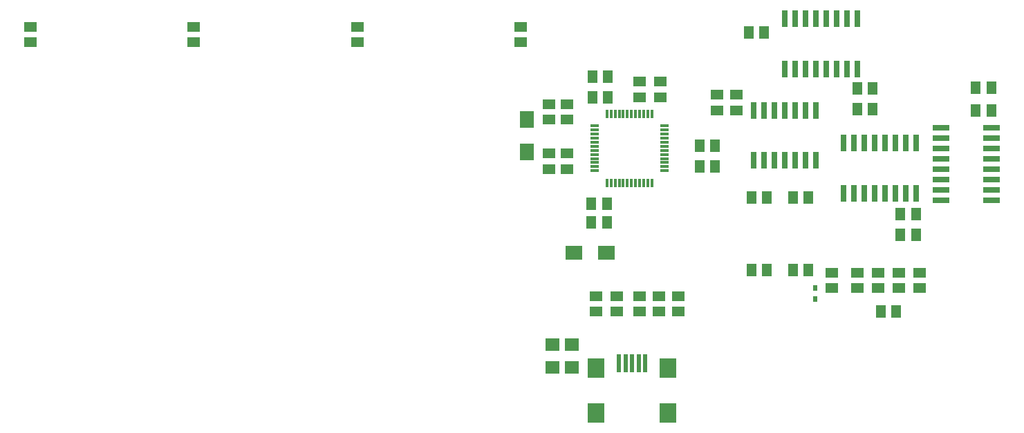
<source format=gtp>
G04 #@! TF.GenerationSoftware,KiCad,Pcbnew,5.1.10*
G04 #@! TF.CreationDate,2021-05-11T08:11:29+02:00*
G04 #@! TF.ProjectId,M17_soundcard,4d31375f-736f-4756-9e64-636172642e6b,rev?*
G04 #@! TF.SameCoordinates,Original*
G04 #@! TF.FileFunction,Paste,Top*
G04 #@! TF.FilePolarity,Positive*
%FSLAX46Y46*%
G04 Gerber Fmt 4.6, Leading zero omitted, Abs format (unit mm)*
G04 Created by KiCad (PCBNEW 5.1.10) date 2021-05-11 08:11:29*
%MOMM*%
%LPD*%
G01*
G04 APERTURE LIST*
%ADD10R,0.660400X2.032000*%
%ADD11R,1.300000X1.500000*%
%ADD12R,1.500000X1.300000*%
%ADD13R,1.800000X1.600000*%
%ADD14R,2.000000X2.400000*%
%ADD15R,0.500000X2.308000*%
%ADD16R,0.500000X0.700000*%
%ADD17R,2.032000X0.660400*%
%ADD18R,2.000000X1.700000*%
%ADD19R,1.700000X2.000000*%
%ADD20R,0.317500X1.016000*%
%ADD21R,1.016000X0.317500*%
G04 APERTURE END LIST*
D10*
X188341000Y-108737400D03*
X188341000Y-102590600D03*
X189611000Y-108737400D03*
X190881000Y-108737400D03*
X189611000Y-102590600D03*
X190881000Y-102590600D03*
X192151000Y-108737400D03*
X192151000Y-102590600D03*
X193421000Y-108737400D03*
X193421000Y-102590600D03*
X194691000Y-108737400D03*
X195961000Y-108737400D03*
X194691000Y-102590600D03*
X195961000Y-102590600D03*
X197231000Y-108737400D03*
X197231000Y-102590600D03*
D11*
X204563900Y-98641100D03*
X206463900Y-98641100D03*
X204563900Y-95783600D03*
X206463900Y-95783600D03*
D12*
X175260000Y-96700200D03*
X175260000Y-98600200D03*
D13*
X152717500Y-130114500D03*
X152717500Y-127314500D03*
D11*
X191955500Y-98435100D03*
X190055500Y-98435100D03*
X182146100Y-118183600D03*
X184046100Y-118183600D03*
D12*
X186906100Y-120403600D03*
X186906100Y-118503600D03*
D11*
X157491100Y-112331500D03*
X159391100Y-112331500D03*
X157491100Y-110045500D03*
X159391100Y-110045500D03*
D12*
X154521100Y-103898600D03*
X154521100Y-105798600D03*
X152298600Y-103898600D03*
X152298600Y-105798600D03*
X172847000Y-96700200D03*
X172847000Y-98600200D03*
X154521100Y-99718100D03*
X154521100Y-97818100D03*
X152298600Y-99718100D03*
X152298600Y-97818100D03*
X192585400Y-120419100D03*
X192585400Y-118519100D03*
D11*
X194805400Y-123279100D03*
X192905400Y-123279100D03*
X159483900Y-96974600D03*
X157583900Y-96974600D03*
D12*
X165935600Y-95099900D03*
X165935600Y-96999900D03*
D11*
X159483900Y-94434600D03*
X157583900Y-94434600D03*
D12*
X163395600Y-95099900D03*
X163395600Y-96999900D03*
D11*
X195331000Y-111305400D03*
X197231000Y-111305400D03*
D12*
X158013600Y-121361100D03*
X158013600Y-123261100D03*
D11*
X195331000Y-113845400D03*
X197231000Y-113845400D03*
D12*
X168084500Y-121361100D03*
X168084500Y-123261100D03*
D11*
X178966100Y-118183600D03*
X177066100Y-118183600D03*
D13*
X155067000Y-130114500D03*
X155067000Y-127314500D03*
D11*
X191955500Y-95895100D03*
X190055500Y-95895100D03*
D14*
X166858600Y-135693600D03*
X166858600Y-130193600D03*
X158058600Y-135693600D03*
D15*
X164058600Y-129629600D03*
X163258600Y-129629600D03*
X162458600Y-129629600D03*
X161658600Y-129629600D03*
X160858600Y-129629600D03*
D14*
X158058600Y-130193600D03*
D16*
X184848500Y-120403600D03*
X184848500Y-121703600D03*
D10*
X185001100Y-98600200D03*
X185001100Y-104747000D03*
X183731100Y-98600200D03*
X182461100Y-98600200D03*
X183731100Y-104747000D03*
X182461100Y-104747000D03*
X181191100Y-98600200D03*
X181191100Y-104747000D03*
X179921100Y-98600200D03*
X178651100Y-98600200D03*
X179921100Y-104747000D03*
X178651100Y-104747000D03*
X177381100Y-98600200D03*
X177381100Y-104747000D03*
X181165500Y-93497400D03*
X181165500Y-87350600D03*
X182435500Y-93497400D03*
X183705500Y-93497400D03*
X182435500Y-87350600D03*
X183705500Y-87350600D03*
X184975500Y-93497400D03*
X184975500Y-87350600D03*
X186245500Y-93497400D03*
X186245500Y-87350600D03*
X187515500Y-93497400D03*
X188785500Y-93497400D03*
X187515500Y-87350600D03*
X188785500Y-87350600D03*
X190055500Y-93497400D03*
X190055500Y-87350600D03*
D17*
X206463900Y-109611100D03*
X200317100Y-109611100D03*
X206463900Y-108341100D03*
X206463900Y-107071100D03*
X200317100Y-108341100D03*
X200317100Y-107071100D03*
X206463900Y-105801100D03*
X200317100Y-105801100D03*
X206463900Y-104531100D03*
X200317100Y-104531100D03*
X206463900Y-103261100D03*
X206463900Y-101991100D03*
X200317100Y-103261100D03*
X200317100Y-101991100D03*
X206463900Y-100721100D03*
X200317100Y-100721100D03*
D18*
X155353000Y-116078000D03*
X159353000Y-116078000D03*
D19*
X149606000Y-103718100D03*
X149606000Y-99718100D03*
D11*
X178966100Y-109293600D03*
X177066100Y-109293600D03*
D12*
X195125400Y-120419100D03*
X195125400Y-118519100D03*
X88801100Y-88341100D03*
X88801100Y-90241100D03*
X108798600Y-88341100D03*
X108798600Y-90241100D03*
X128803600Y-88341100D03*
X128803600Y-90241100D03*
X148806100Y-88341100D03*
X148806100Y-90241100D03*
X165735000Y-123261100D03*
X165735000Y-121361100D03*
X163411100Y-121361100D03*
X163411100Y-123261100D03*
D11*
X172616100Y-105483600D03*
X170716100Y-105483600D03*
X182146100Y-109293600D03*
X184046100Y-109293600D03*
X172616100Y-102943600D03*
X170716100Y-102943600D03*
D12*
X160553600Y-121361100D03*
X160553600Y-123261100D03*
D11*
X178648600Y-89021100D03*
X176748600Y-89021100D03*
D12*
X190081100Y-120403600D03*
X190081100Y-118503600D03*
X197665400Y-120419100D03*
X197665400Y-118519100D03*
D20*
X164891100Y-107511100D03*
X164391100Y-107511100D03*
X163891100Y-107511100D03*
X163391100Y-107511100D03*
X162891100Y-107511100D03*
X162391100Y-107511100D03*
X161891100Y-107511100D03*
X161391100Y-107511100D03*
X160891100Y-107511100D03*
X160391100Y-107511100D03*
X159891100Y-107511100D03*
X159391100Y-107511100D03*
D21*
X157891100Y-106011100D03*
X157891100Y-105511100D03*
X157891100Y-105011100D03*
X157891100Y-104511100D03*
X157891100Y-104011100D03*
X157891100Y-103511100D03*
X157891100Y-103011100D03*
X157891100Y-102511100D03*
X157891100Y-102011100D03*
X157891100Y-101511100D03*
X157891100Y-101011100D03*
X157891100Y-100511100D03*
D20*
X159391100Y-99011100D03*
X159891100Y-99011100D03*
X160391100Y-99011100D03*
X160891100Y-99011100D03*
X161391100Y-99011100D03*
X161891100Y-99011100D03*
X162391100Y-99011100D03*
X162891100Y-99011100D03*
X163391100Y-99011100D03*
X163891100Y-99011100D03*
X164391100Y-99011100D03*
X164891100Y-99011100D03*
D21*
X166391100Y-100511100D03*
X166391100Y-101011100D03*
X166391100Y-101511100D03*
X166391100Y-102011100D03*
X166391100Y-102511100D03*
X166391100Y-103011100D03*
X166391100Y-103511100D03*
X166391100Y-104011100D03*
X166391100Y-104511100D03*
X166391100Y-105011100D03*
X166391100Y-105511100D03*
X166391100Y-106011100D03*
M02*

</source>
